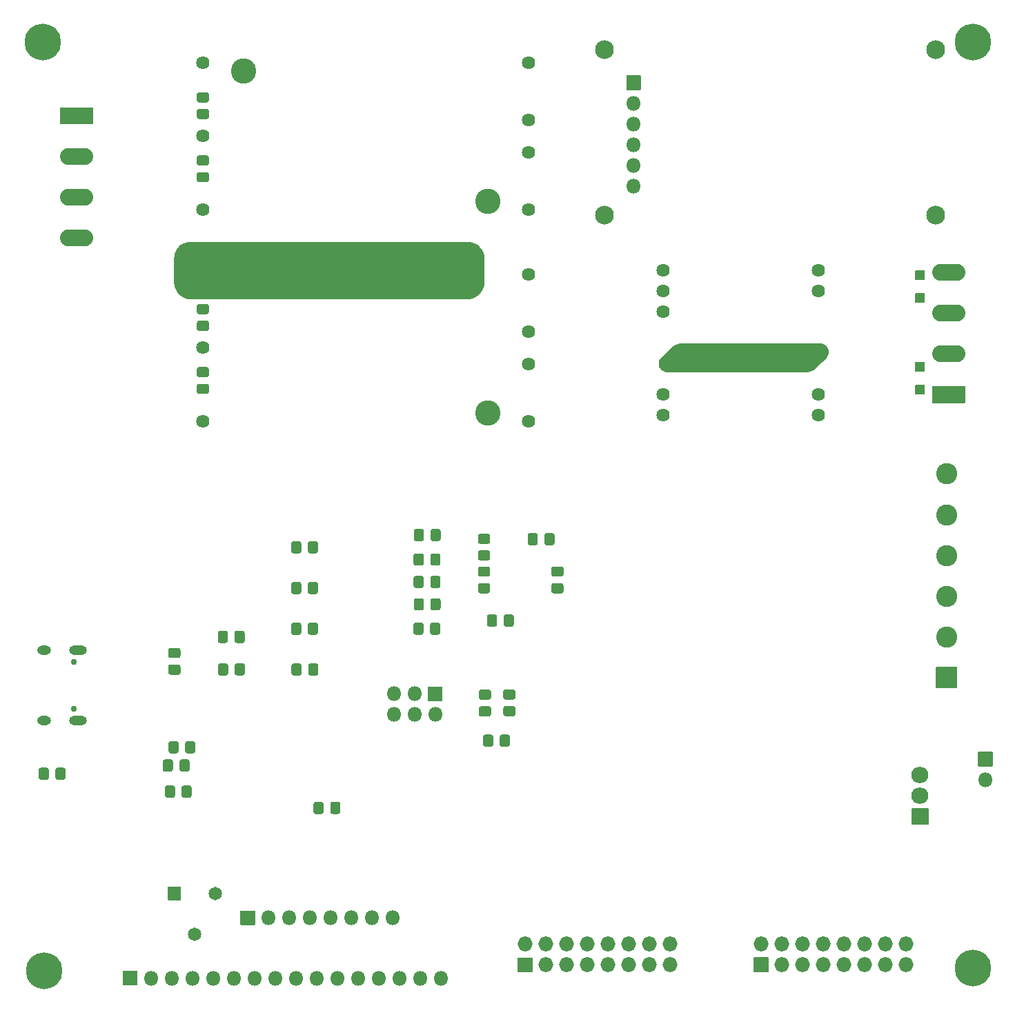
<source format=gbr>
G04 #@! TF.GenerationSoftware,KiCad,Pcbnew,(5.99.0-1662-g9db296991)*
G04 #@! TF.CreationDate,2020-05-30T17:55:15+05:30*
G04 #@! TF.ProjectId,UI,55492e6b-6963-4616-945f-706362585858,rev?*
G04 #@! TF.SameCoordinates,Original*
G04 #@! TF.FileFunction,Soldermask,Bot*
G04 #@! TF.FilePolarity,Negative*
%FSLAX46Y46*%
G04 Gerber Fmt 4.6, Leading zero omitted, Abs format (unit mm)*
G04 Created by KiCad (PCBNEW (5.99.0-1662-g9db296991)) date 2020-05-30 17:55:15*
%MOMM*%
%LPD*%
G01*
G04 APERTURE LIST*
%ADD10O,2.102000X2.007000*%
%ADD11O,1.802000X1.802000*%
%ADD12C,1.652000*%
%ADD13O,1.829200X1.829200*%
%ADD14C,2.602000*%
%ADD15O,4.062000X2.082000*%
%ADD16O,1.702000X1.102000*%
%ADD17O,2.202000X1.102000*%
%ADD18C,0.752000*%
%ADD19C,1.626000*%
%ADD20C,2.302000*%
%ADD21C,3.102000*%
%ADD22C,4.502000*%
%ADD23C,0.802000*%
%ADD24C,0.127000*%
G04 APERTURE END LIST*
D10*
X122500000Y-104982500D03*
X122500000Y-107522500D03*
G36*
G01*
X123500000Y-111066000D02*
X121500000Y-111066000D01*
G75*
G02*
X121449000Y-111015000I0J51000D01*
G01*
X121449000Y-109110000D01*
G75*
G02*
X121500000Y-109059000I51000J0D01*
G01*
X123500000Y-109059000D01*
G75*
G02*
X123551000Y-109110000I0J-51000D01*
G01*
X123551000Y-111015000D01*
G75*
G02*
X123500000Y-111066000I-51000J0D01*
G01*
G37*
D11*
X130500000Y-105540000D03*
G36*
G01*
X129599000Y-103850000D02*
X129599000Y-102150000D01*
G75*
G02*
X129650000Y-102099000I51000J0D01*
G01*
X131350000Y-102099000D01*
G75*
G02*
X131401000Y-102150000I0J-51000D01*
G01*
X131401000Y-103850000D01*
G75*
G02*
X131350000Y-103901000I-51000J0D01*
G01*
X129650000Y-103901000D01*
G75*
G02*
X129599000Y-103850000I0J51000D01*
G01*
G37*
D12*
X33500000Y-124500000D03*
G36*
G01*
X30174000Y-120275000D02*
X30174000Y-118725000D01*
G75*
G02*
X30225000Y-118674000I51000J0D01*
G01*
X31775000Y-118674000D01*
G75*
G02*
X31826000Y-118725000I0J-51000D01*
G01*
X31826000Y-120275000D01*
G75*
G02*
X31775000Y-120326000I-51000J0D01*
G01*
X30225000Y-120326000D01*
G75*
G02*
X30174000Y-120275000I0J51000D01*
G01*
G37*
X36000000Y-119500000D03*
D13*
X91810000Y-125740000D03*
X91810000Y-128280000D03*
X89270000Y-125740000D03*
X89270000Y-128280000D03*
X86730000Y-125740000D03*
X86730000Y-128280000D03*
X84190000Y-125740000D03*
X84190000Y-128280000D03*
X81650000Y-125740000D03*
X81650000Y-128280000D03*
X79110000Y-125740000D03*
X79110000Y-128280000D03*
X76570000Y-125740000D03*
X76570000Y-128280000D03*
X74030000Y-125740000D03*
G36*
G01*
X74893600Y-129194600D02*
X73166400Y-129194600D01*
G75*
G02*
X73115400Y-129143600I0J51000D01*
G01*
X73115400Y-127416400D01*
G75*
G02*
X73166400Y-127365400I51000J0D01*
G01*
X74893600Y-127365400D01*
G75*
G02*
X74944600Y-127416400I0J-51000D01*
G01*
X74944600Y-129143600D01*
G75*
G02*
X74893600Y-129194600I-51000J0D01*
G01*
G37*
X120780000Y-125710000D03*
X120780000Y-128250000D03*
X118240000Y-125710000D03*
X118240000Y-128250000D03*
X115700000Y-125710000D03*
X115700000Y-128250000D03*
X113160000Y-125710000D03*
X113160000Y-128250000D03*
X110620000Y-125710000D03*
X110620000Y-128250000D03*
X108080000Y-125710000D03*
X108080000Y-128250000D03*
X105540000Y-125710000D03*
X105540000Y-128250000D03*
X103000000Y-125710000D03*
G36*
G01*
X103863600Y-129164600D02*
X102136400Y-129164600D01*
G75*
G02*
X102085400Y-129113600I0J51000D01*
G01*
X102085400Y-127386400D01*
G75*
G02*
X102136400Y-127335400I51000J0D01*
G01*
X103863600Y-127335400D01*
G75*
G02*
X103914600Y-127386400I0J-51000D01*
G01*
X103914600Y-129113600D01*
G75*
G02*
X103863600Y-129164600I-51000J0D01*
G01*
G37*
D14*
X125750000Y-68000000D03*
X125750000Y-73000000D03*
X125750000Y-78000000D03*
X125750000Y-83000000D03*
X125750000Y-88000000D03*
G36*
G01*
X127000000Y-94301000D02*
X124500000Y-94301000D01*
G75*
G02*
X124449000Y-94250000I0J51000D01*
G01*
X124449000Y-91750000D01*
G75*
G02*
X124500000Y-91699000I51000J0D01*
G01*
X127000000Y-91699000D01*
G75*
G02*
X127051000Y-91750000I0J-51000D01*
G01*
X127051000Y-94250000D01*
G75*
G02*
X127000000Y-94301000I-51000J0D01*
G01*
G37*
D15*
X126000000Y-48250000D03*
X126000000Y-43250000D03*
X126000000Y-53250000D03*
G36*
G01*
X127980000Y-59291000D02*
X124020000Y-59291000D01*
G75*
G02*
X123969000Y-59240000I0J51000D01*
G01*
X123969000Y-57260000D01*
G75*
G02*
X124020000Y-57209000I51000J0D01*
G01*
X127980000Y-57209000D01*
G75*
G02*
X128031000Y-57260000I0J-51000D01*
G01*
X128031000Y-59240000D01*
G75*
G02*
X127980000Y-59291000I-51000J0D01*
G01*
G37*
X19000000Y-34000000D03*
X19000000Y-39000000D03*
X19000000Y-29000000D03*
G36*
G01*
X17020000Y-22959000D02*
X20980000Y-22959000D01*
G75*
G02*
X21031000Y-23010000I0J-51000D01*
G01*
X21031000Y-24990000D01*
G75*
G02*
X20980000Y-25041000I-51000J0D01*
G01*
X17020000Y-25041000D01*
G75*
G02*
X16969000Y-24990000I0J51000D01*
G01*
X16969000Y-23010000D01*
G75*
G02*
X17020000Y-22959000I51000J0D01*
G01*
G37*
D16*
X15000000Y-98270000D03*
D17*
X19180000Y-98270000D03*
X19180000Y-89630000D03*
D16*
X15000000Y-89630000D03*
D18*
X18650000Y-91060000D03*
X18650000Y-96840000D03*
D19*
X110050000Y-43000000D03*
X91000000Y-48080000D03*
X91000000Y-58240000D03*
X110050000Y-60780000D03*
X91000000Y-43000000D03*
X91000000Y-45540000D03*
X91000000Y-60780000D03*
X110050000Y-45540000D03*
X110050000Y-58240000D03*
D20*
X124430000Y-36210000D03*
D11*
X87346000Y-25034000D03*
X87346000Y-32654000D03*
X87346000Y-30114000D03*
G36*
G01*
X86445000Y-20804000D02*
X86445000Y-19104000D01*
G75*
G02*
X86496000Y-19053000I51000J0D01*
G01*
X88196000Y-19053000D01*
G75*
G02*
X88247000Y-19104000I0J-51000D01*
G01*
X88247000Y-20804000D01*
G75*
G02*
X88196000Y-20855000I-51000J0D01*
G01*
X86496000Y-20855000D01*
G75*
G02*
X86445000Y-20804000I0J51000D01*
G01*
G37*
D20*
X124430000Y-15890000D03*
X83790000Y-36210000D03*
D11*
X87346000Y-22494000D03*
D20*
X83790000Y-15890000D03*
D11*
X87346000Y-27574000D03*
D19*
X74500000Y-54500000D03*
X74500000Y-43500000D03*
X74500000Y-50500000D03*
D21*
X69500000Y-60500000D03*
D19*
X74500000Y-61500000D03*
X34500000Y-52500000D03*
D21*
X39500000Y-44500000D03*
D19*
X34500000Y-61500000D03*
X34500000Y-43500000D03*
X74500000Y-28500000D03*
X74500000Y-17500000D03*
X74500000Y-24500000D03*
D21*
X69500000Y-34500000D03*
D19*
X74500000Y-35500000D03*
X34500000Y-26500000D03*
D21*
X39500000Y-18500000D03*
D19*
X34500000Y-35500000D03*
X34500000Y-17500000D03*
G36*
G01*
X34978828Y-56126000D02*
X34021172Y-56126000D01*
G75*
G02*
X33749000Y-55853828I0J272172D01*
G01*
X33749000Y-55146172D01*
G75*
G02*
X34021172Y-54874000I272172J0D01*
G01*
X34978828Y-54874000D01*
G75*
G02*
X35251000Y-55146172I0J-272172D01*
G01*
X35251000Y-55853828D01*
G75*
G02*
X34978828Y-56126000I-272172J0D01*
G01*
G37*
G36*
G01*
X34978828Y-58176000D02*
X34021172Y-58176000D01*
G75*
G02*
X33749000Y-57903828I0J272172D01*
G01*
X33749000Y-57196172D01*
G75*
G02*
X34021172Y-56924000I272172J0D01*
G01*
X34978828Y-56924000D01*
G75*
G02*
X35251000Y-57196172I0J-272172D01*
G01*
X35251000Y-57903828D01*
G75*
G02*
X34978828Y-58176000I-272172J0D01*
G01*
G37*
G36*
G01*
X34978828Y-48376000D02*
X34021172Y-48376000D01*
G75*
G02*
X33749000Y-48103828I0J272172D01*
G01*
X33749000Y-47396172D01*
G75*
G02*
X34021172Y-47124000I272172J0D01*
G01*
X34978828Y-47124000D01*
G75*
G02*
X35251000Y-47396172I0J-272172D01*
G01*
X35251000Y-48103828D01*
G75*
G02*
X34978828Y-48376000I-272172J0D01*
G01*
G37*
G36*
G01*
X34978828Y-50426000D02*
X34021172Y-50426000D01*
G75*
G02*
X33749000Y-50153828I0J272172D01*
G01*
X33749000Y-49446172D01*
G75*
G02*
X34021172Y-49174000I272172J0D01*
G01*
X34978828Y-49174000D01*
G75*
G02*
X35251000Y-49446172I0J-272172D01*
G01*
X35251000Y-50153828D01*
G75*
G02*
X34978828Y-50426000I-272172J0D01*
G01*
G37*
G36*
G01*
X34978828Y-30126000D02*
X34021172Y-30126000D01*
G75*
G02*
X33749000Y-29853828I0J272172D01*
G01*
X33749000Y-29146172D01*
G75*
G02*
X34021172Y-28874000I272172J0D01*
G01*
X34978828Y-28874000D01*
G75*
G02*
X35251000Y-29146172I0J-272172D01*
G01*
X35251000Y-29853828D01*
G75*
G02*
X34978828Y-30126000I-272172J0D01*
G01*
G37*
G36*
G01*
X34978828Y-32176000D02*
X34021172Y-32176000D01*
G75*
G02*
X33749000Y-31903828I0J272172D01*
G01*
X33749000Y-31196172D01*
G75*
G02*
X34021172Y-30924000I272172J0D01*
G01*
X34978828Y-30924000D01*
G75*
G02*
X35251000Y-31196172I0J-272172D01*
G01*
X35251000Y-31903828D01*
G75*
G02*
X34978828Y-32176000I-272172J0D01*
G01*
G37*
G36*
G01*
X34978828Y-22376000D02*
X34021172Y-22376000D01*
G75*
G02*
X33749000Y-22103828I0J272172D01*
G01*
X33749000Y-21396172D01*
G75*
G02*
X34021172Y-21124000I272172J0D01*
G01*
X34978828Y-21124000D01*
G75*
G02*
X35251000Y-21396172I0J-272172D01*
G01*
X35251000Y-22103828D01*
G75*
G02*
X34978828Y-22376000I-272172J0D01*
G01*
G37*
G36*
G01*
X34978828Y-24426000D02*
X34021172Y-24426000D01*
G75*
G02*
X33749000Y-24153828I0J272172D01*
G01*
X33749000Y-23446172D01*
G75*
G02*
X34021172Y-23174000I272172J0D01*
G01*
X34978828Y-23174000D01*
G75*
G02*
X35251000Y-23446172I0J-272172D01*
G01*
X35251000Y-24153828D01*
G75*
G02*
X34978828Y-24426000I-272172J0D01*
G01*
G37*
G36*
G01*
X31874000Y-107478828D02*
X31874000Y-106521172D01*
G75*
G02*
X32146172Y-106249000I272172J0D01*
G01*
X32853828Y-106249000D01*
G75*
G02*
X33126000Y-106521172I0J-272172D01*
G01*
X33126000Y-107478828D01*
G75*
G02*
X32853828Y-107751000I-272172J0D01*
G01*
X32146172Y-107751000D01*
G75*
G02*
X31874000Y-107478828I0J272172D01*
G01*
G37*
G36*
G01*
X29824000Y-107478828D02*
X29824000Y-106521172D01*
G75*
G02*
X30096172Y-106249000I272172J0D01*
G01*
X30803828Y-106249000D01*
G75*
G02*
X31076000Y-106521172I0J-272172D01*
G01*
X31076000Y-107478828D01*
G75*
G02*
X30803828Y-107751000I-272172J0D01*
G01*
X30096172Y-107751000D01*
G75*
G02*
X29824000Y-107478828I0J272172D01*
G01*
G37*
G36*
G01*
X47374000Y-82478828D02*
X47374000Y-81521172D01*
G75*
G02*
X47646172Y-81249000I272172J0D01*
G01*
X48353828Y-81249000D01*
G75*
G02*
X48626000Y-81521172I0J-272172D01*
G01*
X48626000Y-82478828D01*
G75*
G02*
X48353828Y-82751000I-272172J0D01*
G01*
X47646172Y-82751000D01*
G75*
G02*
X47374000Y-82478828I0J272172D01*
G01*
G37*
G36*
G01*
X45324000Y-82478828D02*
X45324000Y-81521172D01*
G75*
G02*
X45596172Y-81249000I272172J0D01*
G01*
X46303828Y-81249000D01*
G75*
G02*
X46576000Y-81521172I0J-272172D01*
G01*
X46576000Y-82478828D01*
G75*
G02*
X46303828Y-82751000I-272172J0D01*
G01*
X45596172Y-82751000D01*
G75*
G02*
X45324000Y-82478828I0J272172D01*
G01*
G37*
G36*
G01*
X47374000Y-87478828D02*
X47374000Y-86521172D01*
G75*
G02*
X47646172Y-86249000I272172J0D01*
G01*
X48353828Y-86249000D01*
G75*
G02*
X48626000Y-86521172I0J-272172D01*
G01*
X48626000Y-87478828D01*
G75*
G02*
X48353828Y-87751000I-272172J0D01*
G01*
X47646172Y-87751000D01*
G75*
G02*
X47374000Y-87478828I0J272172D01*
G01*
G37*
G36*
G01*
X45324000Y-87478828D02*
X45324000Y-86521172D01*
G75*
G02*
X45596172Y-86249000I272172J0D01*
G01*
X46303828Y-86249000D01*
G75*
G02*
X46576000Y-86521172I0J-272172D01*
G01*
X46576000Y-87478828D01*
G75*
G02*
X46303828Y-87751000I-272172J0D01*
G01*
X45596172Y-87751000D01*
G75*
G02*
X45324000Y-87478828I0J272172D01*
G01*
G37*
G36*
G01*
X47424000Y-92478828D02*
X47424000Y-91521172D01*
G75*
G02*
X47696172Y-91249000I272172J0D01*
G01*
X48403828Y-91249000D01*
G75*
G02*
X48676000Y-91521172I0J-272172D01*
G01*
X48676000Y-92478828D01*
G75*
G02*
X48403828Y-92751000I-272172J0D01*
G01*
X47696172Y-92751000D01*
G75*
G02*
X47424000Y-92478828I0J272172D01*
G01*
G37*
G36*
G01*
X45374000Y-92478828D02*
X45374000Y-91521172D01*
G75*
G02*
X45646172Y-91249000I272172J0D01*
G01*
X46353828Y-91249000D01*
G75*
G02*
X46626000Y-91521172I0J-272172D01*
G01*
X46626000Y-92478828D01*
G75*
G02*
X46353828Y-92751000I-272172J0D01*
G01*
X45646172Y-92751000D01*
G75*
G02*
X45374000Y-92478828I0J272172D01*
G01*
G37*
G36*
G01*
X47374000Y-77478828D02*
X47374000Y-76521172D01*
G75*
G02*
X47646172Y-76249000I272172J0D01*
G01*
X48353828Y-76249000D01*
G75*
G02*
X48626000Y-76521172I0J-272172D01*
G01*
X48626000Y-77478828D01*
G75*
G02*
X48353828Y-77751000I-272172J0D01*
G01*
X47646172Y-77751000D01*
G75*
G02*
X47374000Y-77478828I0J272172D01*
G01*
G37*
G36*
G01*
X45324000Y-77478828D02*
X45324000Y-76521172D01*
G75*
G02*
X45596172Y-76249000I272172J0D01*
G01*
X46303828Y-76249000D01*
G75*
G02*
X46576000Y-76521172I0J-272172D01*
G01*
X46576000Y-77478828D01*
G75*
G02*
X46303828Y-77751000I-272172J0D01*
G01*
X45596172Y-77751000D01*
G75*
G02*
X45324000Y-77478828I0J272172D01*
G01*
G37*
G36*
G01*
X70924000Y-101228828D02*
X70924000Y-100271172D01*
G75*
G02*
X71196172Y-99999000I272172J0D01*
G01*
X71903828Y-99999000D01*
G75*
G02*
X72176000Y-100271172I0J-272172D01*
G01*
X72176000Y-101228828D01*
G75*
G02*
X71903828Y-101501000I-272172J0D01*
G01*
X71196172Y-101501000D01*
G75*
G02*
X70924000Y-101228828I0J272172D01*
G01*
G37*
G36*
G01*
X68874000Y-101228828D02*
X68874000Y-100271172D01*
G75*
G02*
X69146172Y-99999000I272172J0D01*
G01*
X69853828Y-99999000D01*
G75*
G02*
X70126000Y-100271172I0J-272172D01*
G01*
X70126000Y-101228828D01*
G75*
G02*
X69853828Y-101501000I-272172J0D01*
G01*
X69146172Y-101501000D01*
G75*
G02*
X68874000Y-101228828I0J272172D01*
G01*
G37*
D11*
X57920000Y-97540000D03*
X57920000Y-95000000D03*
X60460000Y-97540000D03*
X60460000Y-95000000D03*
X63000000Y-97540000D03*
G36*
G01*
X62150000Y-94099000D02*
X63850000Y-94099000D01*
G75*
G02*
X63901000Y-94150000I0J-51000D01*
G01*
X63901000Y-95850000D01*
G75*
G02*
X63850000Y-95901000I-51000J0D01*
G01*
X62150000Y-95901000D01*
G75*
G02*
X62099000Y-95850000I0J51000D01*
G01*
X62099000Y-94150000D01*
G75*
G02*
X62150000Y-94099000I51000J0D01*
G01*
G37*
X57780000Y-122500000D03*
X55240000Y-122500000D03*
X52700000Y-122500000D03*
X50160000Y-122500000D03*
X47620000Y-122500000D03*
X45080000Y-122500000D03*
X42540000Y-122500000D03*
G36*
G01*
X40850000Y-123401000D02*
X39150000Y-123401000D01*
G75*
G02*
X39099000Y-123350000I0J51000D01*
G01*
X39099000Y-121650000D01*
G75*
G02*
X39150000Y-121599000I51000J0D01*
G01*
X40850000Y-121599000D01*
G75*
G02*
X40901000Y-121650000I0J-51000D01*
G01*
X40901000Y-123350000D01*
G75*
G02*
X40850000Y-123401000I-51000J0D01*
G01*
G37*
X63680000Y-129900000D03*
X61140000Y-129900000D03*
X58600000Y-129900000D03*
X56060000Y-129900000D03*
X53520000Y-129900000D03*
X50980000Y-129900000D03*
X48440000Y-129900000D03*
X45900000Y-129900000D03*
X43360000Y-129900000D03*
X40820000Y-129900000D03*
X38280000Y-129900000D03*
X35740000Y-129900000D03*
X33200000Y-129900000D03*
X30660000Y-129900000D03*
X28120000Y-129900000D03*
G36*
G01*
X26430000Y-130801000D02*
X24730000Y-130801000D01*
G75*
G02*
X24679000Y-130750000I0J51000D01*
G01*
X24679000Y-129050000D01*
G75*
G02*
X24730000Y-128999000I51000J0D01*
G01*
X26430000Y-128999000D01*
G75*
G02*
X26481000Y-129050000I0J-51000D01*
G01*
X26481000Y-130750000D01*
G75*
G02*
X26430000Y-130801000I-51000J0D01*
G01*
G37*
D22*
X129000000Y-15000000D03*
D23*
X130650000Y-15000000D03*
X130166726Y-16166726D03*
X129000000Y-16650000D03*
X127833274Y-16166726D03*
X127350000Y-15000000D03*
X127833274Y-13833274D03*
X129000000Y-13350000D03*
X130166726Y-13833274D03*
D22*
X15000000Y-129000000D03*
D23*
X16650000Y-129000000D03*
X16166726Y-130166726D03*
X15000000Y-130650000D03*
X13833274Y-130166726D03*
X13350000Y-129000000D03*
X13833274Y-127833274D03*
X15000000Y-127350000D03*
X16166726Y-127833274D03*
D22*
X14850000Y-15000000D03*
D23*
X16500000Y-15000000D03*
X16016726Y-16166726D03*
X14850000Y-16650000D03*
X13683274Y-16166726D03*
X13200000Y-15000000D03*
X13683274Y-13833274D03*
X14850000Y-13350000D03*
X16016726Y-13833274D03*
D22*
X129000000Y-128650000D03*
D23*
X130650000Y-128650000D03*
X130166726Y-129816726D03*
X129000000Y-130300000D03*
X127833274Y-129816726D03*
X127350000Y-128650000D03*
X127833274Y-127483274D03*
X129000000Y-127000000D03*
X130166726Y-127483274D03*
G36*
G01*
X121950000Y-57049000D02*
X123050000Y-57049000D01*
G75*
G02*
X123101000Y-57100000I0J-51000D01*
G01*
X123101000Y-58200000D01*
G75*
G02*
X123050000Y-58251000I-51000J0D01*
G01*
X121950000Y-58251000D01*
G75*
G02*
X121899000Y-58200000I0J51000D01*
G01*
X121899000Y-57100000D01*
G75*
G02*
X121950000Y-57049000I51000J0D01*
G01*
G37*
G36*
G01*
X121950000Y-54249000D02*
X123050000Y-54249000D01*
G75*
G02*
X123101000Y-54300000I0J-51000D01*
G01*
X123101000Y-55400000D01*
G75*
G02*
X123050000Y-55451000I-51000J0D01*
G01*
X121950000Y-55451000D01*
G75*
G02*
X121899000Y-55400000I0J51000D01*
G01*
X121899000Y-54300000D01*
G75*
G02*
X121950000Y-54249000I51000J0D01*
G01*
G37*
G36*
G01*
X121950000Y-45799000D02*
X123050000Y-45799000D01*
G75*
G02*
X123101000Y-45850000I0J-51000D01*
G01*
X123101000Y-46950000D01*
G75*
G02*
X123050000Y-47001000I-51000J0D01*
G01*
X121950000Y-47001000D01*
G75*
G02*
X121899000Y-46950000I0J51000D01*
G01*
X121899000Y-45850000D01*
G75*
G02*
X121950000Y-45799000I51000J0D01*
G01*
G37*
G36*
G01*
X121950000Y-42999000D02*
X123050000Y-42999000D01*
G75*
G02*
X123101000Y-43050000I0J-51000D01*
G01*
X123101000Y-44150000D01*
G75*
G02*
X123050000Y-44201000I-51000J0D01*
G01*
X121950000Y-44201000D01*
G75*
G02*
X121899000Y-44150000I0J51000D01*
G01*
X121899000Y-43050000D01*
G75*
G02*
X121950000Y-42999000I51000J0D01*
G01*
G37*
G36*
G01*
X61576000Y-86521172D02*
X61576000Y-87478828D01*
G75*
G02*
X61303828Y-87751000I-272172J0D01*
G01*
X60596172Y-87751000D01*
G75*
G02*
X60324000Y-87478828I0J272172D01*
G01*
X60324000Y-86521172D01*
G75*
G02*
X60596172Y-86249000I272172J0D01*
G01*
X61303828Y-86249000D01*
G75*
G02*
X61576000Y-86521172I0J-272172D01*
G01*
G37*
G36*
G01*
X63626000Y-86521172D02*
X63626000Y-87478828D01*
G75*
G02*
X63353828Y-87751000I-272172J0D01*
G01*
X62646172Y-87751000D01*
G75*
G02*
X62374000Y-87478828I0J272172D01*
G01*
X62374000Y-86521172D01*
G75*
G02*
X62646172Y-86249000I272172J0D01*
G01*
X63353828Y-86249000D01*
G75*
G02*
X63626000Y-86521172I0J-272172D01*
G01*
G37*
G36*
G01*
X61626000Y-75021172D02*
X61626000Y-75978828D01*
G75*
G02*
X61353828Y-76251000I-272172J0D01*
G01*
X60646172Y-76251000D01*
G75*
G02*
X60374000Y-75978828I0J272172D01*
G01*
X60374000Y-75021172D01*
G75*
G02*
X60646172Y-74749000I272172J0D01*
G01*
X61353828Y-74749000D01*
G75*
G02*
X61626000Y-75021172I0J-272172D01*
G01*
G37*
G36*
G01*
X63676000Y-75021172D02*
X63676000Y-75978828D01*
G75*
G02*
X63403828Y-76251000I-272172J0D01*
G01*
X62696172Y-76251000D01*
G75*
G02*
X62424000Y-75978828I0J272172D01*
G01*
X62424000Y-75021172D01*
G75*
G02*
X62696172Y-74749000I272172J0D01*
G01*
X63403828Y-74749000D01*
G75*
G02*
X63676000Y-75021172I0J-272172D01*
G01*
G37*
G36*
G01*
X61626000Y-83521172D02*
X61626000Y-84478828D01*
G75*
G02*
X61353828Y-84751000I-272172J0D01*
G01*
X60646172Y-84751000D01*
G75*
G02*
X60374000Y-84478828I0J272172D01*
G01*
X60374000Y-83521172D01*
G75*
G02*
X60646172Y-83249000I272172J0D01*
G01*
X61353828Y-83249000D01*
G75*
G02*
X61626000Y-83521172I0J-272172D01*
G01*
G37*
G36*
G01*
X63676000Y-83521172D02*
X63676000Y-84478828D01*
G75*
G02*
X63403828Y-84751000I-272172J0D01*
G01*
X62696172Y-84751000D01*
G75*
G02*
X62424000Y-84478828I0J272172D01*
G01*
X62424000Y-83521172D01*
G75*
G02*
X62696172Y-83249000I272172J0D01*
G01*
X63403828Y-83249000D01*
G75*
G02*
X63676000Y-83521172I0J-272172D01*
G01*
G37*
G36*
G01*
X49326000Y-108521172D02*
X49326000Y-109478828D01*
G75*
G02*
X49053828Y-109751000I-272172J0D01*
G01*
X48346172Y-109751000D01*
G75*
G02*
X48074000Y-109478828I0J272172D01*
G01*
X48074000Y-108521172D01*
G75*
G02*
X48346172Y-108249000I272172J0D01*
G01*
X49053828Y-108249000D01*
G75*
G02*
X49326000Y-108521172I0J-272172D01*
G01*
G37*
G36*
G01*
X51376000Y-108521172D02*
X51376000Y-109478828D01*
G75*
G02*
X51103828Y-109751000I-272172J0D01*
G01*
X50396172Y-109751000D01*
G75*
G02*
X50124000Y-109478828I0J272172D01*
G01*
X50124000Y-108521172D01*
G75*
G02*
X50396172Y-108249000I272172J0D01*
G01*
X51103828Y-108249000D01*
G75*
G02*
X51376000Y-108521172I0J-272172D01*
G01*
G37*
G36*
G01*
X31624000Y-104278828D02*
X31624000Y-103321172D01*
G75*
G02*
X31896172Y-103049000I272172J0D01*
G01*
X32603828Y-103049000D01*
G75*
G02*
X32876000Y-103321172I0J-272172D01*
G01*
X32876000Y-104278828D01*
G75*
G02*
X32603828Y-104551000I-272172J0D01*
G01*
X31896172Y-104551000D01*
G75*
G02*
X31624000Y-104278828I0J272172D01*
G01*
G37*
G36*
G01*
X29574000Y-104278828D02*
X29574000Y-103321172D01*
G75*
G02*
X29846172Y-103049000I272172J0D01*
G01*
X30553828Y-103049000D01*
G75*
G02*
X30826000Y-103321172I0J-272172D01*
G01*
X30826000Y-104278828D01*
G75*
G02*
X30553828Y-104551000I-272172J0D01*
G01*
X29846172Y-104551000D01*
G75*
G02*
X29574000Y-104278828I0J272172D01*
G01*
G37*
G36*
G01*
X31526000Y-101071172D02*
X31526000Y-102028828D01*
G75*
G02*
X31253828Y-102301000I-272172J0D01*
G01*
X30546172Y-102301000D01*
G75*
G02*
X30274000Y-102028828I0J272172D01*
G01*
X30274000Y-101071172D01*
G75*
G02*
X30546172Y-100799000I272172J0D01*
G01*
X31253828Y-100799000D01*
G75*
G02*
X31526000Y-101071172I0J-272172D01*
G01*
G37*
G36*
G01*
X33576000Y-101071172D02*
X33576000Y-102028828D01*
G75*
G02*
X33303828Y-102301000I-272172J0D01*
G01*
X32596172Y-102301000D01*
G75*
G02*
X32324000Y-102028828I0J272172D01*
G01*
X32324000Y-101071172D01*
G75*
G02*
X32596172Y-100799000I272172J0D01*
G01*
X33303828Y-100799000D01*
G75*
G02*
X33576000Y-101071172I0J-272172D01*
G01*
G37*
G36*
G01*
X37601000Y-91521172D02*
X37601000Y-92478828D01*
G75*
G02*
X37328828Y-92751000I-272172J0D01*
G01*
X36621172Y-92751000D01*
G75*
G02*
X36349000Y-92478828I0J272172D01*
G01*
X36349000Y-91521172D01*
G75*
G02*
X36621172Y-91249000I272172J0D01*
G01*
X37328828Y-91249000D01*
G75*
G02*
X37601000Y-91521172I0J-272172D01*
G01*
G37*
G36*
G01*
X39651000Y-91521172D02*
X39651000Y-92478828D01*
G75*
G02*
X39378828Y-92751000I-272172J0D01*
G01*
X38671172Y-92751000D01*
G75*
G02*
X38399000Y-92478828I0J272172D01*
G01*
X38399000Y-91521172D01*
G75*
G02*
X38671172Y-91249000I272172J0D01*
G01*
X39378828Y-91249000D01*
G75*
G02*
X39651000Y-91521172I0J-272172D01*
G01*
G37*
G36*
G01*
X37576000Y-87521172D02*
X37576000Y-88478828D01*
G75*
G02*
X37303828Y-88751000I-272172J0D01*
G01*
X36596172Y-88751000D01*
G75*
G02*
X36324000Y-88478828I0J272172D01*
G01*
X36324000Y-87521172D01*
G75*
G02*
X36596172Y-87249000I272172J0D01*
G01*
X37303828Y-87249000D01*
G75*
G02*
X37576000Y-87521172I0J-272172D01*
G01*
G37*
G36*
G01*
X39626000Y-87521172D02*
X39626000Y-88478828D01*
G75*
G02*
X39353828Y-88751000I-272172J0D01*
G01*
X38646172Y-88751000D01*
G75*
G02*
X38374000Y-88478828I0J272172D01*
G01*
X38374000Y-87521172D01*
G75*
G02*
X38646172Y-87249000I272172J0D01*
G01*
X39353828Y-87249000D01*
G75*
G02*
X39626000Y-87521172I0J-272172D01*
G01*
G37*
G36*
G01*
X30521172Y-91399000D02*
X31478828Y-91399000D01*
G75*
G02*
X31751000Y-91671172I0J-272172D01*
G01*
X31751000Y-92378828D01*
G75*
G02*
X31478828Y-92651000I-272172J0D01*
G01*
X30521172Y-92651000D01*
G75*
G02*
X30249000Y-92378828I0J272172D01*
G01*
X30249000Y-91671172D01*
G75*
G02*
X30521172Y-91399000I272172J0D01*
G01*
G37*
G36*
G01*
X30521172Y-89349000D02*
X31478828Y-89349000D01*
G75*
G02*
X31751000Y-89621172I0J-272172D01*
G01*
X31751000Y-90328828D01*
G75*
G02*
X31478828Y-90601000I-272172J0D01*
G01*
X30521172Y-90601000D01*
G75*
G02*
X30249000Y-90328828I0J272172D01*
G01*
X30249000Y-89621172D01*
G75*
G02*
X30521172Y-89349000I272172J0D01*
G01*
G37*
G36*
G01*
X68521172Y-77374000D02*
X69478828Y-77374000D01*
G75*
G02*
X69751000Y-77646172I0J-272172D01*
G01*
X69751000Y-78353828D01*
G75*
G02*
X69478828Y-78626000I-272172J0D01*
G01*
X68521172Y-78626000D01*
G75*
G02*
X68249000Y-78353828I0J272172D01*
G01*
X68249000Y-77646172D01*
G75*
G02*
X68521172Y-77374000I272172J0D01*
G01*
G37*
G36*
G01*
X68521172Y-75324000D02*
X69478828Y-75324000D01*
G75*
G02*
X69751000Y-75596172I0J-272172D01*
G01*
X69751000Y-76303828D01*
G75*
G02*
X69478828Y-76576000I-272172J0D01*
G01*
X68521172Y-76576000D01*
G75*
G02*
X68249000Y-76303828I0J272172D01*
G01*
X68249000Y-75596172D01*
G75*
G02*
X68521172Y-75324000I272172J0D01*
G01*
G37*
G36*
G01*
X16399000Y-105278828D02*
X16399000Y-104321172D01*
G75*
G02*
X16671172Y-104049000I272172J0D01*
G01*
X17378828Y-104049000D01*
G75*
G02*
X17651000Y-104321172I0J-272172D01*
G01*
X17651000Y-105278828D01*
G75*
G02*
X17378828Y-105551000I-272172J0D01*
G01*
X16671172Y-105551000D01*
G75*
G02*
X16399000Y-105278828I0J272172D01*
G01*
G37*
G36*
G01*
X14349000Y-105278828D02*
X14349000Y-104321172D01*
G75*
G02*
X14621172Y-104049000I272172J0D01*
G01*
X15328828Y-104049000D01*
G75*
G02*
X15601000Y-104321172I0J-272172D01*
G01*
X15601000Y-105278828D01*
G75*
G02*
X15328828Y-105551000I-272172J0D01*
G01*
X14621172Y-105551000D01*
G75*
G02*
X14349000Y-105278828I0J272172D01*
G01*
G37*
G36*
G01*
X69578828Y-95726000D02*
X68621172Y-95726000D01*
G75*
G02*
X68349000Y-95453828I0J272172D01*
G01*
X68349000Y-94746172D01*
G75*
G02*
X68621172Y-94474000I272172J0D01*
G01*
X69578828Y-94474000D01*
G75*
G02*
X69851000Y-94746172I0J-272172D01*
G01*
X69851000Y-95453828D01*
G75*
G02*
X69578828Y-95726000I-272172J0D01*
G01*
G37*
G36*
G01*
X69578828Y-97776000D02*
X68621172Y-97776000D01*
G75*
G02*
X68349000Y-97503828I0J272172D01*
G01*
X68349000Y-96796172D01*
G75*
G02*
X68621172Y-96524000I272172J0D01*
G01*
X69578828Y-96524000D01*
G75*
G02*
X69851000Y-96796172I0J-272172D01*
G01*
X69851000Y-97503828D01*
G75*
G02*
X69578828Y-97776000I-272172J0D01*
G01*
G37*
G36*
G01*
X71621172Y-96499000D02*
X72578828Y-96499000D01*
G75*
G02*
X72851000Y-96771172I0J-272172D01*
G01*
X72851000Y-97478828D01*
G75*
G02*
X72578828Y-97751000I-272172J0D01*
G01*
X71621172Y-97751000D01*
G75*
G02*
X71349000Y-97478828I0J272172D01*
G01*
X71349000Y-96771172D01*
G75*
G02*
X71621172Y-96499000I272172J0D01*
G01*
G37*
G36*
G01*
X71621172Y-94449000D02*
X72578828Y-94449000D01*
G75*
G02*
X72851000Y-94721172I0J-272172D01*
G01*
X72851000Y-95428828D01*
G75*
G02*
X72578828Y-95701000I-272172J0D01*
G01*
X71621172Y-95701000D01*
G75*
G02*
X71349000Y-95428828I0J272172D01*
G01*
X71349000Y-94721172D01*
G75*
G02*
X71621172Y-94449000I272172J0D01*
G01*
G37*
G36*
G01*
X76399000Y-76478828D02*
X76399000Y-75521172D01*
G75*
G02*
X76671172Y-75249000I272172J0D01*
G01*
X77378828Y-75249000D01*
G75*
G02*
X77651000Y-75521172I0J-272172D01*
G01*
X77651000Y-76478828D01*
G75*
G02*
X77378828Y-76751000I-272172J0D01*
G01*
X76671172Y-76751000D01*
G75*
G02*
X76399000Y-76478828I0J272172D01*
G01*
G37*
G36*
G01*
X74349000Y-76478828D02*
X74349000Y-75521172D01*
G75*
G02*
X74621172Y-75249000I272172J0D01*
G01*
X75328828Y-75249000D01*
G75*
G02*
X75601000Y-75521172I0J-272172D01*
G01*
X75601000Y-76478828D01*
G75*
G02*
X75328828Y-76751000I-272172J0D01*
G01*
X74621172Y-76751000D01*
G75*
G02*
X74349000Y-76478828I0J272172D01*
G01*
G37*
G36*
G01*
X69478828Y-80601000D02*
X68521172Y-80601000D01*
G75*
G02*
X68249000Y-80328828I0J272172D01*
G01*
X68249000Y-79621172D01*
G75*
G02*
X68521172Y-79349000I272172J0D01*
G01*
X69478828Y-79349000D01*
G75*
G02*
X69751000Y-79621172I0J-272172D01*
G01*
X69751000Y-80328828D01*
G75*
G02*
X69478828Y-80601000I-272172J0D01*
G01*
G37*
G36*
G01*
X69478828Y-82651000D02*
X68521172Y-82651000D01*
G75*
G02*
X68249000Y-82378828I0J272172D01*
G01*
X68249000Y-81671172D01*
G75*
G02*
X68521172Y-81399000I272172J0D01*
G01*
X69478828Y-81399000D01*
G75*
G02*
X69751000Y-81671172I0J-272172D01*
G01*
X69751000Y-82378828D01*
G75*
G02*
X69478828Y-82651000I-272172J0D01*
G01*
G37*
G36*
G01*
X61601000Y-80771172D02*
X61601000Y-81728828D01*
G75*
G02*
X61328828Y-82001000I-272172J0D01*
G01*
X60621172Y-82001000D01*
G75*
G02*
X60349000Y-81728828I0J272172D01*
G01*
X60349000Y-80771172D01*
G75*
G02*
X60621172Y-80499000I272172J0D01*
G01*
X61328828Y-80499000D01*
G75*
G02*
X61601000Y-80771172I0J-272172D01*
G01*
G37*
G36*
G01*
X63651000Y-80771172D02*
X63651000Y-81728828D01*
G75*
G02*
X63378828Y-82001000I-272172J0D01*
G01*
X62671172Y-82001000D01*
G75*
G02*
X62399000Y-81728828I0J272172D01*
G01*
X62399000Y-80771172D01*
G75*
G02*
X62671172Y-80499000I272172J0D01*
G01*
X63378828Y-80499000D01*
G75*
G02*
X63651000Y-80771172I0J-272172D01*
G01*
G37*
G36*
G01*
X77521172Y-81399000D02*
X78478828Y-81399000D01*
G75*
G02*
X78751000Y-81671172I0J-272172D01*
G01*
X78751000Y-82378828D01*
G75*
G02*
X78478828Y-82651000I-272172J0D01*
G01*
X77521172Y-82651000D01*
G75*
G02*
X77249000Y-82378828I0J272172D01*
G01*
X77249000Y-81671172D01*
G75*
G02*
X77521172Y-81399000I272172J0D01*
G01*
G37*
G36*
G01*
X77521172Y-79349000D02*
X78478828Y-79349000D01*
G75*
G02*
X78751000Y-79621172I0J-272172D01*
G01*
X78751000Y-80328828D01*
G75*
G02*
X78478828Y-80601000I-272172J0D01*
G01*
X77521172Y-80601000D01*
G75*
G02*
X77249000Y-80328828I0J272172D01*
G01*
X77249000Y-79621172D01*
G75*
G02*
X77521172Y-79349000I272172J0D01*
G01*
G37*
G36*
G01*
X70601000Y-85521172D02*
X70601000Y-86478828D01*
G75*
G02*
X70328828Y-86751000I-272172J0D01*
G01*
X69621172Y-86751000D01*
G75*
G02*
X69349000Y-86478828I0J272172D01*
G01*
X69349000Y-85521172D01*
G75*
G02*
X69621172Y-85249000I272172J0D01*
G01*
X70328828Y-85249000D01*
G75*
G02*
X70601000Y-85521172I0J-272172D01*
G01*
G37*
G36*
G01*
X72651000Y-85521172D02*
X72651000Y-86478828D01*
G75*
G02*
X72378828Y-86751000I-272172J0D01*
G01*
X71671172Y-86751000D01*
G75*
G02*
X71399000Y-86478828I0J272172D01*
G01*
X71399000Y-85521172D01*
G75*
G02*
X71671172Y-85249000I272172J0D01*
G01*
X72378828Y-85249000D01*
G75*
G02*
X72651000Y-85521172I0J-272172D01*
G01*
G37*
G36*
G01*
X61601000Y-78021172D02*
X61601000Y-78978828D01*
G75*
G02*
X61328828Y-79251000I-272172J0D01*
G01*
X60621172Y-79251000D01*
G75*
G02*
X60349000Y-78978828I0J272172D01*
G01*
X60349000Y-78021172D01*
G75*
G02*
X60621172Y-77749000I272172J0D01*
G01*
X61328828Y-77749000D01*
G75*
G02*
X61601000Y-78021172I0J-272172D01*
G01*
G37*
G36*
G01*
X63651000Y-78021172D02*
X63651000Y-78978828D01*
G75*
G02*
X63378828Y-79251000I-272172J0D01*
G01*
X62671172Y-79251000D01*
G75*
G02*
X62399000Y-78978828I0J272172D01*
G01*
X62399000Y-78021172D01*
G75*
G02*
X62671172Y-77749000I272172J0D01*
G01*
X63378828Y-77749000D01*
G75*
G02*
X63651000Y-78021172I0J-272172D01*
G01*
G37*
G36*
X110462667Y-52082279D02*
G01*
X110643008Y-52136984D01*
X110809208Y-52225819D01*
X110954882Y-52345371D01*
X111074433Y-52491045D01*
X111163268Y-52657245D01*
X111217974Y-52837585D01*
X111236446Y-53025126D01*
X111217974Y-53212667D01*
X111163268Y-53393010D01*
X111074435Y-53559206D01*
X110952891Y-53707307D01*
X109792364Y-54867834D01*
X109600353Y-55036224D01*
X109389752Y-55176942D01*
X109162590Y-55288966D01*
X108922743Y-55370384D01*
X108674318Y-55419798D01*
X108419495Y-55436500D01*
X91477991Y-55436500D01*
X91287333Y-55417721D01*
X91106992Y-55363016D01*
X90940792Y-55274181D01*
X90795118Y-55154629D01*
X90675567Y-55008955D01*
X90586732Y-54842755D01*
X90532026Y-54662415D01*
X90513554Y-54474874D01*
X90532026Y-54287333D01*
X90586732Y-54106990D01*
X90675565Y-53940794D01*
X90797109Y-53792693D01*
X91957636Y-52632166D01*
X92149647Y-52463776D01*
X92360248Y-52323058D01*
X92587410Y-52211034D01*
X92827257Y-52129616D01*
X93075682Y-52080202D01*
X93330505Y-52063500D01*
X110272009Y-52063500D01*
X110462667Y-52082279D01*
G37*
D24*
X110462667Y-52082279D02*
X110643008Y-52136984D01*
X110809208Y-52225819D01*
X110954882Y-52345371D01*
X111074433Y-52491045D01*
X111163268Y-52657245D01*
X111217974Y-52837585D01*
X111236446Y-53025126D01*
X111217974Y-53212667D01*
X111163268Y-53393010D01*
X111074435Y-53559206D01*
X110952891Y-53707307D01*
X109792364Y-54867834D01*
X109600353Y-55036224D01*
X109389752Y-55176942D01*
X109162590Y-55288966D01*
X108922743Y-55370384D01*
X108674318Y-55419798D01*
X108419495Y-55436500D01*
X91477991Y-55436500D01*
X91287333Y-55417721D01*
X91106992Y-55363016D01*
X90940792Y-55274181D01*
X90795118Y-55154629D01*
X90675567Y-55008955D01*
X90586732Y-54842755D01*
X90532026Y-54662415D01*
X90513554Y-54474874D01*
X90532026Y-54287333D01*
X90586732Y-54106990D01*
X90675565Y-53940794D01*
X90797109Y-53792693D01*
X91957636Y-52632166D01*
X92149647Y-52463776D01*
X92360248Y-52323058D01*
X92587410Y-52211034D01*
X92827257Y-52129616D01*
X93075682Y-52080202D01*
X93330505Y-52063500D01*
X110272009Y-52063500D01*
X110462667Y-52082279D01*
G36*
X67275567Y-39583371D02*
G01*
X67545532Y-39642098D01*
X67804381Y-39738644D01*
X68046867Y-39871051D01*
X68268031Y-40036613D01*
X68463387Y-40231969D01*
X68628949Y-40453133D01*
X68761356Y-40695619D01*
X68857902Y-40954468D01*
X68916629Y-41224433D01*
X68936500Y-41502265D01*
X68936500Y-44497735D01*
X68916629Y-44775567D01*
X68857902Y-45045532D01*
X68761356Y-45304381D01*
X68628949Y-45546867D01*
X68463387Y-45768031D01*
X68268031Y-45963387D01*
X68046867Y-46128949D01*
X67804381Y-46261356D01*
X67545532Y-46357902D01*
X67275567Y-46416629D01*
X66997735Y-46436500D01*
X33002265Y-46436500D01*
X32724433Y-46416629D01*
X32454468Y-46357902D01*
X32195619Y-46261356D01*
X31953133Y-46128949D01*
X31731969Y-45963387D01*
X31536613Y-45768031D01*
X31371051Y-45546867D01*
X31238644Y-45304381D01*
X31142098Y-45045532D01*
X31083371Y-44775567D01*
X31063500Y-44497735D01*
X31063500Y-41502265D01*
X31083371Y-41224433D01*
X31142098Y-40954468D01*
X31238644Y-40695619D01*
X31371051Y-40453133D01*
X31536613Y-40231969D01*
X31731969Y-40036613D01*
X31953133Y-39871051D01*
X32195619Y-39738644D01*
X32454468Y-39642098D01*
X32724433Y-39583371D01*
X33002265Y-39563500D01*
X66997735Y-39563500D01*
X67275567Y-39583371D01*
G37*
X67275567Y-39583371D02*
X67545532Y-39642098D01*
X67804381Y-39738644D01*
X68046867Y-39871051D01*
X68268031Y-40036613D01*
X68463387Y-40231969D01*
X68628949Y-40453133D01*
X68761356Y-40695619D01*
X68857902Y-40954468D01*
X68916629Y-41224433D01*
X68936500Y-41502265D01*
X68936500Y-44497735D01*
X68916629Y-44775567D01*
X68857902Y-45045532D01*
X68761356Y-45304381D01*
X68628949Y-45546867D01*
X68463387Y-45768031D01*
X68268031Y-45963387D01*
X68046867Y-46128949D01*
X67804381Y-46261356D01*
X67545532Y-46357902D01*
X67275567Y-46416629D01*
X66997735Y-46436500D01*
X33002265Y-46436500D01*
X32724433Y-46416629D01*
X32454468Y-46357902D01*
X32195619Y-46261356D01*
X31953133Y-46128949D01*
X31731969Y-45963387D01*
X31536613Y-45768031D01*
X31371051Y-45546867D01*
X31238644Y-45304381D01*
X31142098Y-45045532D01*
X31083371Y-44775567D01*
X31063500Y-44497735D01*
X31063500Y-41502265D01*
X31083371Y-41224433D01*
X31142098Y-40954468D01*
X31238644Y-40695619D01*
X31371051Y-40453133D01*
X31536613Y-40231969D01*
X31731969Y-40036613D01*
X31953133Y-39871051D01*
X32195619Y-39738644D01*
X32454468Y-39642098D01*
X32724433Y-39583371D01*
X33002265Y-39563500D01*
X66997735Y-39563500D01*
X67275567Y-39583371D01*
M02*

</source>
